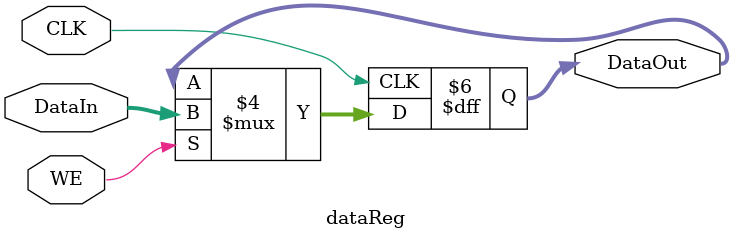
<source format=v>
`timescale 1ns / 1ps
module dataReg(
	input WE,
	input CLK,
	input [31:0]DataIn,
	output reg [31:0]DataOut
	);
	always@(negedge CLK) begin
		if (WE == 1) begin
			DataOut = DataIn;
		end
	end
endmodule

</source>
